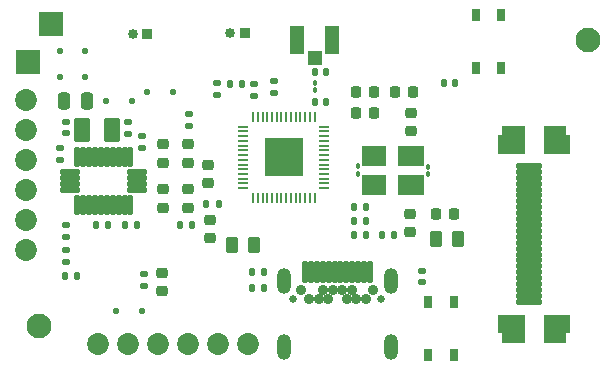
<source format=gbr>
%TF.GenerationSoftware,KiCad,Pcbnew,8.0.8*%
%TF.CreationDate,2025-02-18T00:27:10-08:00*%
%TF.ProjectId,OuterBoard_rev3.1,4f757465-7242-46f6-9172-645f72657633,rev?*%
%TF.SameCoordinates,Original*%
%TF.FileFunction,Soldermask,Top*%
%TF.FilePolarity,Negative*%
%FSLAX46Y46*%
G04 Gerber Fmt 4.6, Leading zero omitted, Abs format (unit mm)*
G04 Created by KiCad (PCBNEW 8.0.8) date 2025-02-18 00:27:10*
%MOMM*%
%LPD*%
G01*
G04 APERTURE LIST*
G04 Aperture macros list*
%AMRoundRect*
0 Rectangle with rounded corners*
0 $1 Rounding radius*
0 $2 $3 $4 $5 $6 $7 $8 $9 X,Y pos of 4 corners*
0 Add a 4 corners polygon primitive as box body*
4,1,4,$2,$3,$4,$5,$6,$7,$8,$9,$2,$3,0*
0 Add four circle primitives for the rounded corners*
1,1,$1+$1,$2,$3*
1,1,$1+$1,$4,$5*
1,1,$1+$1,$6,$7*
1,1,$1+$1,$8,$9*
0 Add four rect primitives between the rounded corners*
20,1,$1+$1,$2,$3,$4,$5,0*
20,1,$1+$1,$4,$5,$6,$7,0*
20,1,$1+$1,$6,$7,$8,$9,0*
20,1,$1+$1,$8,$9,$2,$3,0*%
G04 Aperture macros list end*
%ADD10C,0.010000*%
%ADD11RoundRect,0.225000X-0.225000X-0.250000X0.225000X-0.250000X0.225000X0.250000X-0.225000X0.250000X0*%
%ADD12C,1.854000*%
%ADD13RoundRect,0.100000X0.100000X-0.130000X0.100000X0.130000X-0.100000X0.130000X-0.100000X-0.130000X0*%
%ADD14RoundRect,0.140000X-0.170000X0.140000X-0.170000X-0.140000X0.170000X-0.140000X0.170000X0.140000X0*%
%ADD15RoundRect,0.225000X0.250000X-0.225000X0.250000X0.225000X-0.250000X0.225000X-0.250000X-0.225000X0*%
%ADD16RoundRect,0.140000X0.170000X-0.140000X0.170000X0.140000X-0.170000X0.140000X-0.170000X-0.140000X0*%
%ADD17RoundRect,0.225000X-0.250000X0.225000X-0.250000X-0.225000X0.250000X-0.225000X0.250000X0.225000X0*%
%ADD18RoundRect,0.102000X-0.525000X-1.100000X0.525000X-1.100000X0.525000X1.100000X-0.525000X1.100000X0*%
%ADD19RoundRect,0.102000X-0.525000X-0.500000X0.525000X-0.500000X0.525000X0.500000X-0.525000X0.500000X0*%
%ADD20C,0.650000*%
%ADD21RoundRect,0.102000X-0.175000X-0.810000X0.175000X-0.810000X0.175000X0.810000X-0.175000X0.810000X0*%
%ADD22C,0.904000*%
%ADD23O,1.204000X2.204000*%
%ADD24RoundRect,0.135000X0.135000X0.185000X-0.135000X0.185000X-0.135000X-0.185000X0.135000X-0.185000X0*%
%ADD25RoundRect,0.218750X0.256250X-0.218750X0.256250X0.218750X-0.256250X0.218750X-0.256250X-0.218750X0*%
%ADD26C,2.100000*%
%ADD27RoundRect,0.135000X-0.135000X-0.185000X0.135000X-0.185000X0.135000X0.185000X-0.135000X0.185000X0*%
%ADD28RoundRect,0.102000X-0.984000X0.156000X-0.984000X-0.156000X0.984000X-0.156000X0.984000X0.156000X0*%
%ADD29RoundRect,0.102000X-0.984000X0.150000X-0.984000X-0.150000X0.984000X-0.150000X0.984000X0.150000X0*%
%ADD30RoundRect,0.100000X-0.100000X0.130000X-0.100000X-0.130000X0.100000X-0.130000X0.100000X0.130000X0*%
%ADD31RoundRect,0.125000X-0.125000X0.125000X-0.125000X-0.125000X0.125000X-0.125000X0.125000X0.125000X0*%
%ADD32RoundRect,0.135000X0.185000X-0.135000X0.185000X0.135000X-0.185000X0.135000X-0.185000X-0.135000X0*%
%ADD33RoundRect,0.125000X0.125000X0.125000X-0.125000X0.125000X-0.125000X-0.125000X0.125000X-0.125000X0*%
%ADD34RoundRect,0.218750X-0.256250X0.218750X-0.256250X-0.218750X0.256250X-0.218750X0.256250X0.218750X0*%
%ADD35RoundRect,0.250000X0.262500X0.450000X-0.262500X0.450000X-0.262500X-0.450000X0.262500X-0.450000X0*%
%ADD36RoundRect,0.140000X-0.140000X-0.170000X0.140000X-0.170000X0.140000X0.170000X-0.140000X0.170000X0*%
%ADD37R,2.000000X2.000000*%
%ADD38R,0.850000X0.850000*%
%ADD39C,0.850000*%
%ADD40RoundRect,0.140000X0.140000X0.170000X-0.140000X0.170000X-0.140000X-0.170000X0.140000X-0.170000X0*%
%ADD41RoundRect,0.102000X-0.150000X-0.747000X0.150000X-0.747000X0.150000X0.747000X-0.150000X0.747000X0*%
%ADD42RoundRect,0.102000X-0.728000X-0.150000X0.728000X-0.150000X0.728000X0.150000X-0.728000X0.150000X0*%
%ADD43RoundRect,0.135000X-0.185000X0.135000X-0.185000X-0.135000X0.185000X-0.135000X0.185000X0.135000X0*%
%ADD44R,2.294000X1.682000*%
%ADD45R,2.040000X1.682000*%
%ADD46RoundRect,0.125000X-0.125000X-0.125000X0.125000X-0.125000X0.125000X0.125000X-0.125000X0.125000X0*%
%ADD47RoundRect,0.102000X0.550000X0.950000X-0.550000X0.950000X-0.550000X-0.950000X0.550000X-0.950000X0*%
%ADD48RoundRect,0.250000X0.250000X0.475000X-0.250000X0.475000X-0.250000X-0.475000X0.250000X-0.475000X0*%
%ADD49R,0.711200X0.990600*%
%ADD50RoundRect,0.225000X0.225000X0.250000X-0.225000X0.250000X-0.225000X-0.250000X0.225000X-0.250000X0*%
%ADD51RoundRect,0.050000X-0.050000X0.387500X-0.050000X-0.387500X0.050000X-0.387500X0.050000X0.387500X0*%
%ADD52RoundRect,0.050000X-0.387500X0.050000X-0.387500X-0.050000X0.387500X-0.050000X0.387500X0.050000X0*%
%ADD53R,3.200000X3.200000*%
G04 APERTURE END LIST*
D10*
%TO.C,J10*%
X151687500Y-103866600D02*
X149887500Y-103866600D01*
X149887500Y-103066600D01*
X149537500Y-103066600D01*
X149537500Y-101566600D01*
X151687500Y-101566600D01*
X151687500Y-103866600D01*
G36*
X151687500Y-103866600D02*
G01*
X149887500Y-103866600D01*
X149887500Y-103066600D01*
X149537500Y-103066600D01*
X149537500Y-101566600D01*
X151687500Y-101566600D01*
X151687500Y-103866600D01*
G37*
X151687500Y-87866600D02*
X149537500Y-87866600D01*
X149537500Y-86366600D01*
X149887500Y-86366600D01*
X149887500Y-85566600D01*
X151687500Y-85566600D01*
X151687500Y-87866600D01*
G36*
X151687500Y-87866600D02*
G01*
X149537500Y-87866600D01*
X149537500Y-86366600D01*
X149887500Y-86366600D01*
X149887500Y-85566600D01*
X151687500Y-85566600D01*
X151687500Y-87866600D01*
G37*
X155548500Y-103067600D02*
X155198500Y-103067600D01*
X155198500Y-103867600D01*
X153398500Y-103867600D01*
X153398500Y-101567600D01*
X155548500Y-101567600D01*
X155548500Y-103067600D01*
G36*
X155548500Y-103067600D02*
G01*
X155198500Y-103067600D01*
X155198500Y-103867600D01*
X153398500Y-103867600D01*
X153398500Y-101567600D01*
X155548500Y-101567600D01*
X155548500Y-103067600D01*
G37*
X155198500Y-86367600D02*
X155548500Y-86367600D01*
X155548500Y-87867600D01*
X153398500Y-87867600D01*
X153398500Y-85567600D01*
X155198500Y-85567600D01*
X155198500Y-86367600D01*
G36*
X155198500Y-86367600D02*
G01*
X155548500Y-86367600D01*
X155548500Y-87867600D01*
X153398500Y-87867600D01*
X153398500Y-85567600D01*
X155198500Y-85567600D01*
X155198500Y-86367600D01*
G37*
%TD*%
D11*
%TO.C,C32*%
X137464200Y-82677000D03*
X139014200Y-82677000D03*
%TD*%
D12*
%TO.C,J2*%
X115620800Y-104013000D03*
X118160800Y-104013000D03*
X120700800Y-104013000D03*
X123240800Y-104013000D03*
X125780800Y-104013000D03*
X128320800Y-104013000D03*
%TD*%
D13*
%TO.C,C43*%
X137693400Y-89626400D03*
X137693400Y-88986400D03*
%TD*%
D14*
%TO.C,R13*%
X143078200Y-97868800D03*
X143078200Y-98828800D03*
%TD*%
D15*
%TO.C,C9*%
X142138400Y-86030400D03*
X142138400Y-84480400D03*
%TD*%
D16*
%TO.C,C31*%
X118217000Y-86230400D03*
X118217000Y-85270400D03*
%TD*%
D17*
%TO.C,C40*%
X123266200Y-87144600D03*
X123266200Y-88694600D03*
%TD*%
D18*
%TO.C,ANT1*%
X132535000Y-78335000D03*
X135485000Y-78335000D03*
D19*
X134010000Y-79860000D03*
%TD*%
D17*
%TO.C,C39*%
X121132600Y-87144600D03*
X121132600Y-88694600D03*
%TD*%
D20*
%TO.C,J42*%
X132203400Y-100203000D03*
X139653400Y-100203000D03*
D21*
X133178400Y-97933000D03*
X133678400Y-97933000D03*
X134178400Y-97933000D03*
X134678400Y-97933000D03*
X135178400Y-97933000D03*
X135678400Y-97933000D03*
X136178400Y-97933000D03*
X136678400Y-97933000D03*
X137178400Y-97933000D03*
X137678400Y-97933000D03*
X138178400Y-97933000D03*
X138678400Y-97933000D03*
D22*
X138978400Y-99503000D03*
X138328400Y-100203000D03*
X137528400Y-100203000D03*
X137128400Y-99503000D03*
X136728400Y-100203000D03*
X136328400Y-99503000D03*
X135528400Y-99503000D03*
X135128400Y-100203000D03*
X134728400Y-99503000D03*
X134328400Y-100203000D03*
X133528400Y-100203000D03*
X132878400Y-99503000D03*
D23*
X131428400Y-98703000D03*
X140428400Y-98703000D03*
X131428400Y-104303000D03*
X140428400Y-104303000D03*
%TD*%
D24*
%TO.C,R21*%
X129743200Y-99314000D03*
X128723200Y-99314000D03*
%TD*%
D25*
%TO.C,D8*%
X121107200Y-99568100D03*
X121107200Y-97993100D03*
%TD*%
D17*
%TO.C,C37*%
X125145800Y-93560600D03*
X125145800Y-95110600D03*
%TD*%
D26*
%TO.C,H1*%
X110693200Y-102489000D03*
%TD*%
D27*
%TO.C,R6*%
X139670600Y-94818200D03*
X140690600Y-94818200D03*
%TD*%
D28*
%TO.C,J10*%
X152171500Y-88972600D03*
D29*
X152171500Y-89466600D03*
X152171500Y-89966600D03*
X152171500Y-90466600D03*
X152171500Y-90966600D03*
X152171500Y-91466600D03*
X152171500Y-91966600D03*
X152171500Y-92466600D03*
X152171500Y-92966600D03*
X152171500Y-93466600D03*
X152171500Y-93966600D03*
X152171500Y-94466600D03*
X152171500Y-94966600D03*
X152171500Y-95466600D03*
X152171500Y-95966600D03*
X152171500Y-96466600D03*
X152171500Y-96966600D03*
X152171500Y-97466600D03*
X152171500Y-97966600D03*
X152171500Y-98466600D03*
X152171500Y-98966600D03*
X152171500Y-99466600D03*
X152171500Y-99966600D03*
X152171500Y-100466600D03*
%TD*%
D30*
%TO.C,C45*%
X143586200Y-89037200D03*
X143586200Y-89677200D03*
%TD*%
D31*
%TO.C,D2*%
X114554000Y-79222600D03*
X114554000Y-81422600D03*
%TD*%
D32*
%TO.C,R3*%
X128879600Y-83009200D03*
X128879600Y-81989200D03*
%TD*%
D11*
%TO.C,C42*%
X137502600Y-84505800D03*
X139052600Y-84505800D03*
%TD*%
D33*
%TO.C,D3*%
X118516400Y-83464400D03*
X116316400Y-83464400D03*
%TD*%
D26*
%TO.C,H2*%
X157149800Y-78282800D03*
%TD*%
D32*
%TO.C,R20*%
X125704600Y-82983800D03*
X125704600Y-81963800D03*
%TD*%
D24*
%TO.C,R7*%
X138379200Y-93624400D03*
X137359200Y-93624400D03*
%TD*%
%TO.C,R26*%
X129743200Y-97967800D03*
X128723200Y-97967800D03*
%TD*%
D34*
%TO.C,D9*%
X124993400Y-88849200D03*
X124993400Y-90424200D03*
%TD*%
D16*
%TO.C,C30*%
X112933800Y-86207600D03*
X112933800Y-85247600D03*
%TD*%
D35*
%TO.C,R8*%
X128832500Y-95680000D03*
X127007500Y-95680000D03*
%TD*%
D36*
%TO.C,C29*%
X115521800Y-94005400D03*
X116481800Y-94005400D03*
%TD*%
D37*
%TO.C,TP1*%
X109728000Y-80137000D03*
%TD*%
D38*
%TO.C,J3*%
X119837200Y-77800200D03*
D39*
X118587200Y-77800200D03*
%TD*%
D40*
%TO.C,C41*%
X123593800Y-93954600D03*
X122633800Y-93954600D03*
%TD*%
D17*
%TO.C,C36*%
X121132600Y-90954600D03*
X121132600Y-92504600D03*
%TD*%
D24*
%TO.C,R22*%
X113893600Y-98272600D03*
X112873600Y-98272600D03*
%TD*%
D27*
%TO.C,R31*%
X137361200Y-92456000D03*
X138381200Y-92456000D03*
%TD*%
D15*
%TO.C,C18*%
X142087600Y-94577200D03*
X142087600Y-93027200D03*
%TD*%
D27*
%TO.C,R9*%
X137361200Y-94792800D03*
X138381200Y-94792800D03*
%TD*%
D35*
%TO.C,R10*%
X146098900Y-95123000D03*
X144273900Y-95123000D03*
%TD*%
D38*
%TO.C,J4*%
X128117600Y-77749400D03*
D39*
X126867600Y-77749400D03*
%TD*%
D36*
%TO.C,R14*%
X144909600Y-81965800D03*
X145869600Y-81965800D03*
%TD*%
D37*
%TO.C,TP2*%
X111683800Y-76962000D03*
%TD*%
D24*
%TO.C,R18*%
X118924800Y-94005400D03*
X117904800Y-94005400D03*
%TD*%
D41*
%TO.C,U8*%
X113900200Y-88184200D03*
D42*
X113322200Y-89481200D03*
X113322200Y-89981200D03*
X113322200Y-90481200D03*
X113322200Y-90981200D03*
D41*
X113900200Y-92278200D03*
X114400200Y-92278200D03*
X114900200Y-92278200D03*
X115400200Y-92278200D03*
X115900200Y-92278200D03*
X116400200Y-92278200D03*
X116900200Y-92278200D03*
X117400200Y-92278200D03*
X117900200Y-92278200D03*
X118400200Y-92278200D03*
D42*
X118978200Y-90981200D03*
X118978200Y-90481200D03*
X118978200Y-89981200D03*
X118978200Y-89481200D03*
D41*
X118400200Y-88184200D03*
X117900200Y-88184200D03*
X117400200Y-88184200D03*
X116900200Y-88184200D03*
X116400200Y-88184200D03*
X115900200Y-88184200D03*
X115400200Y-88184200D03*
X114900200Y-88184200D03*
X114400200Y-88184200D03*
%TD*%
D13*
%TO.C,L1*%
X134010000Y-82580000D03*
X134010000Y-81940000D03*
%TD*%
D27*
%TO.C,R15*%
X124837000Y-92202000D03*
X125857000Y-92202000D03*
%TD*%
D43*
%TO.C,R16*%
X112953800Y-96060800D03*
X112953800Y-97080800D03*
%TD*%
D44*
%TO.C,Y2*%
X142155800Y-88158400D03*
D45*
X138988800Y-88158400D03*
X138988800Y-90540400D03*
D44*
X142155800Y-90540400D03*
%TD*%
D24*
%TO.C,R2*%
X127840200Y-81991200D03*
X126820200Y-81991200D03*
%TD*%
D31*
%TO.C,D1*%
X112420400Y-79222600D03*
X112420400Y-81422600D03*
%TD*%
D36*
%TO.C,C35*%
X134015600Y-83515200D03*
X134975600Y-83515200D03*
%TD*%
D32*
%TO.C,R23*%
X119583200Y-99114800D03*
X119583200Y-98094800D03*
%TD*%
D11*
%TO.C,C17*%
X140779200Y-82677000D03*
X142329200Y-82677000D03*
%TD*%
D32*
%TO.C,R19*%
X130530600Y-82755200D03*
X130530600Y-81735200D03*
%TD*%
D46*
%TO.C,D5*%
X117162400Y-101244400D03*
X119362400Y-101244400D03*
%TD*%
D43*
%TO.C,R17*%
X112953800Y-93927200D03*
X112953800Y-94947200D03*
%TD*%
D47*
%TO.C,Y1*%
X116820000Y-85928200D03*
X114320000Y-85928200D03*
%TD*%
D48*
%TO.C,C1*%
X114691200Y-83464400D03*
X112791200Y-83464400D03*
%TD*%
D49*
%TO.C,SW3*%
X143611600Y-105003600D03*
X143611600Y-100503598D03*
X145761598Y-105003600D03*
X145761598Y-100503598D03*
%TD*%
D36*
%TO.C,C33*%
X134015600Y-81000000D03*
X134975600Y-81000000D03*
%TD*%
D33*
%TO.C,D4*%
X121996200Y-82727800D03*
X119796200Y-82727800D03*
%TD*%
D43*
%TO.C,R12*%
X119380000Y-86459600D03*
X119380000Y-87479600D03*
%TD*%
D49*
%TO.C,SW1*%
X147667401Y-80659801D03*
X147667401Y-76159799D03*
X149817399Y-80659801D03*
X149817399Y-76159799D03*
%TD*%
D17*
%TO.C,C34*%
X123266200Y-90954600D03*
X123266200Y-92504600D03*
%TD*%
D43*
%TO.C,R11*%
X123342400Y-84556600D03*
X123342400Y-85576600D03*
%TD*%
D16*
%TO.C,C28*%
X112420400Y-88440200D03*
X112420400Y-87480200D03*
%TD*%
D50*
%TO.C,C15*%
X145822000Y-93014800D03*
X144272000Y-93014800D03*
%TD*%
D12*
%TO.C,J1*%
X109524800Y-96113600D03*
X109524800Y-93573600D03*
X109524800Y-91033600D03*
X109524800Y-88493600D03*
X109524800Y-85953600D03*
X109524800Y-83413600D03*
%TD*%
D51*
%TO.C,U9*%
X133987500Y-84811300D03*
X133587500Y-84811300D03*
X133187500Y-84811300D03*
X132787500Y-84811300D03*
X132387500Y-84811300D03*
X131987500Y-84811300D03*
X131587500Y-84811300D03*
X131187500Y-84811300D03*
X130787500Y-84811300D03*
X130387500Y-84811300D03*
X129987500Y-84811300D03*
X129587500Y-84811300D03*
X129187500Y-84811300D03*
X128787500Y-84811300D03*
D52*
X127950000Y-85648800D03*
X127950000Y-86048800D03*
X127950000Y-86448800D03*
X127950000Y-86848800D03*
X127950000Y-87248800D03*
X127950000Y-87648800D03*
X127950000Y-88048800D03*
X127950000Y-88448800D03*
X127950000Y-88848800D03*
X127950000Y-89248800D03*
X127950000Y-89648800D03*
X127950000Y-90048800D03*
X127950000Y-90448800D03*
X127950000Y-90848800D03*
D51*
X128787500Y-91686300D03*
X129187500Y-91686300D03*
X129587500Y-91686300D03*
X129987500Y-91686300D03*
X130387500Y-91686300D03*
X130787500Y-91686300D03*
X131187500Y-91686300D03*
X131587500Y-91686300D03*
X131987500Y-91686300D03*
X132387500Y-91686300D03*
X132787500Y-91686300D03*
X133187500Y-91686300D03*
X133587500Y-91686300D03*
X133987500Y-91686300D03*
D52*
X134825000Y-90848800D03*
X134825000Y-90448800D03*
X134825000Y-90048800D03*
X134825000Y-89648800D03*
X134825000Y-89248800D03*
X134825000Y-88848800D03*
X134825000Y-88448800D03*
X134825000Y-88048800D03*
X134825000Y-87648800D03*
X134825000Y-87248800D03*
X134825000Y-86848800D03*
X134825000Y-86448800D03*
X134825000Y-86048800D03*
X134825000Y-85648800D03*
D53*
X131387500Y-88248800D03*
%TD*%
M02*

</source>
